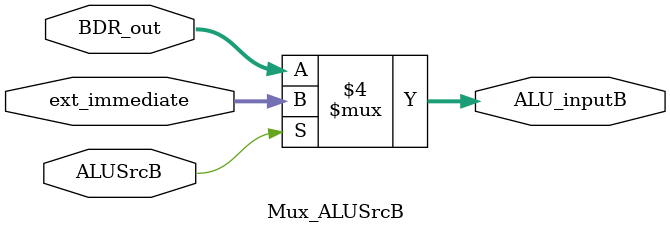
<source format=v>
`timescale 1ns / 1ps


module Mux_ALUSrcB(
    input [31:0] BDR_out,
    input ALUSrcB,   
    input [31:0] ext_immediate,
    output reg [31:0] ALU_inputB
    );
    
    always@ (*) begin
        if( ALUSrcB == 1)
            ALU_inputB = ext_immediate;
        else
            ALU_inputB = BDR_out;
    end
endmodule

</source>
